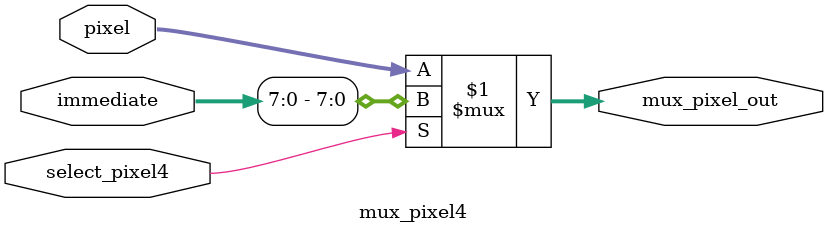
<source format=v>
`timescale 1ns / 1ps
module mux_pixel4(
    input [7:0] pixel,
    input [31:0] immediate,
    input select_pixel4,
    output [7:0] mux_pixel_out
    );
	 
	assign mux_pixel_out = (select_pixel4) ? immediate[7:0] : pixel;


endmodule

</source>
